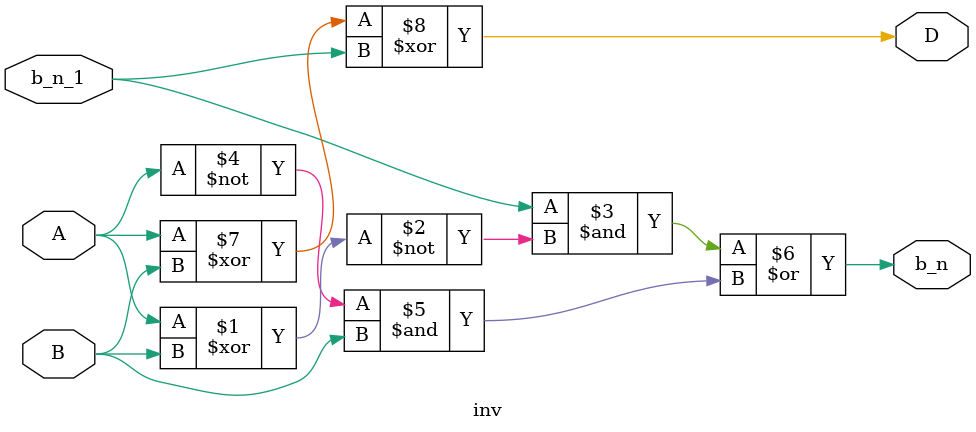
<source format=v>
`timescale 1ns / 1ps

module inv(A, B, b_n_1, D, b_n);
input A, B, b_n_1;
output D, b_n;

assign b_n = (b_n_1&(~(A^B)))|((~A)&B);
assign D = A^B^b_n_1;
endmodule

</source>
